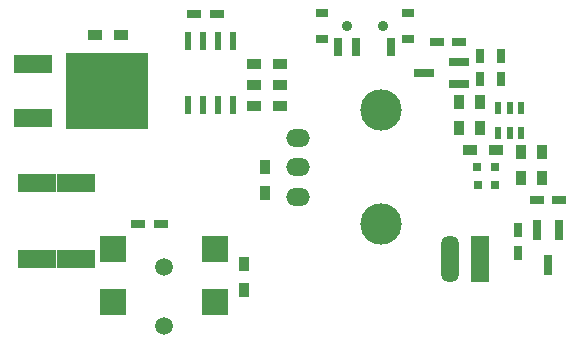
<source format=gbr>
G04 #@! TF.FileFunction,Soldermask,Top*
%FSLAX46Y46*%
G04 Gerber Fmt 4.6, Leading zero omitted, Abs format (unit mm)*
G04 Created by KiCad (PCBNEW 0.201511300701+6336~38~ubuntu14.04.1-stable) date Wed 02 Dec 2015 03:43:02 PM EET*
%MOMM*%
G01*
G04 APERTURE LIST*
%ADD10C,0.100000*%
%ADD11R,0.797560X0.797560*%
%ADD12R,1.524000X4.000000*%
%ADD13O,1.524000X4.000000*%
%ADD14O,2.000000X1.500000*%
%ADD15C,3.500000*%
%ADD16R,1.200000X0.750000*%
%ADD17R,1.800860X0.800100*%
%ADD18R,0.750000X1.200000*%
%ADD19R,0.800100X1.800860*%
%ADD20R,3.200400X1.600200*%
%ADD21R,7.000240X6.499860*%
%ADD22R,2.200000X2.200000*%
%ADD23C,1.500000*%
%ADD24R,1.200000X0.900000*%
%ADD25R,0.900000X1.200000*%
%ADD26R,0.600000X1.550000*%
%ADD27R,3.175000X1.600200*%
%ADD28C,0.900000*%
%ADD29R,0.700000X1.500000*%
%ADD30R,1.000000X0.800000*%
%ADD31R,0.599440X1.000760*%
G04 APERTURE END LIST*
D10*
D11*
X150250700Y-85200000D03*
X151749300Y-85200000D03*
D12*
X150520000Y-93000000D03*
D13*
X147980000Y-93000000D03*
D14*
X135100000Y-82700000D03*
X135100000Y-85200000D03*
X135100000Y-87700000D03*
D15*
X142100000Y-80400000D03*
X142100000Y-90000000D03*
D16*
X148723662Y-74612874D03*
X146823662Y-74612874D03*
D17*
X148751140Y-78200000D03*
X148751140Y-76300000D03*
X145748860Y-77250000D03*
D18*
X150500000Y-77700000D03*
X150500000Y-75800000D03*
D16*
X157200000Y-88000000D03*
X155300000Y-88000000D03*
D18*
X153750000Y-90550000D03*
X153750000Y-92450000D03*
D19*
X157200000Y-90498860D03*
X155300000Y-90498860D03*
X156250000Y-93501140D03*
D20*
X112625800Y-76448760D03*
X112625800Y-81051240D03*
D21*
X118874200Y-78750000D03*
D22*
X128050000Y-96650000D03*
X128050000Y-92150000D03*
X119450000Y-92150000D03*
X119450000Y-96650000D03*
D23*
X123750000Y-98650000D03*
X123750000Y-93650000D03*
D11*
X151799300Y-86750000D03*
X150300700Y-86750000D03*
D24*
X131400000Y-80000000D03*
X133600000Y-80000000D03*
D25*
X132250000Y-85150000D03*
X132250000Y-87350000D03*
D24*
X131400000Y-78250000D03*
X133600000Y-78250000D03*
X120100000Y-74000000D03*
X117900000Y-74000000D03*
D16*
X128200000Y-72250000D03*
X126300000Y-72250000D03*
D26*
X125745000Y-79900000D03*
X127015000Y-79900000D03*
X128285000Y-79900000D03*
X129555000Y-79900000D03*
X129555000Y-74500000D03*
X128285000Y-74500000D03*
X127015000Y-74500000D03*
X125745000Y-74500000D03*
D16*
X121550000Y-90000000D03*
X123450000Y-90000000D03*
D27*
X116250000Y-86562300D03*
X116250000Y-92937700D03*
X113000000Y-86562300D03*
X113000000Y-92937700D03*
D24*
X131400000Y-76500000D03*
X133600000Y-76500000D03*
D25*
X154000000Y-86100000D03*
X154000000Y-83900000D03*
X155750000Y-83900000D03*
X155750000Y-86100000D03*
X148750000Y-81850000D03*
X148750000Y-79650000D03*
X150500000Y-79650000D03*
X150500000Y-81850000D03*
D24*
X151850000Y-83750000D03*
X149650000Y-83750000D03*
D28*
X142250000Y-73250000D03*
X139250000Y-73250000D03*
D29*
X143000000Y-75000000D03*
X140000000Y-75000000D03*
X138500000Y-75000000D03*
D30*
X144400000Y-72150000D03*
X137100000Y-72150000D03*
X137100000Y-74350000D03*
X144400000Y-74350000D03*
D31*
X152047500Y-82306640D03*
X153952500Y-82306640D03*
X153000000Y-82306640D03*
X153952500Y-80193360D03*
X152047500Y-80193360D03*
X153000000Y-80193360D03*
D18*
X152250000Y-77700000D03*
X152250000Y-75800000D03*
D25*
X130500000Y-95600000D03*
X130500000Y-93400000D03*
M02*

</source>
